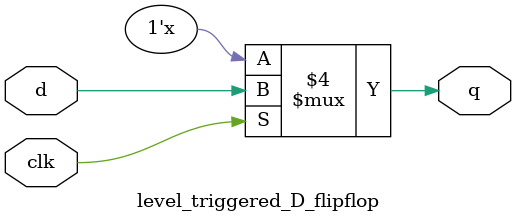
<source format=v>
`timescale 1ns / 1ps
module level_triggered_D_flipflop(q,d,clk);
input d,clk;
output reg q;
always @(clk,d) //2nd method would be always@(clk) so that the o/p does not depend on d.
begin
if(clk==1'b1)
q=d;
end
endmodule

</source>
